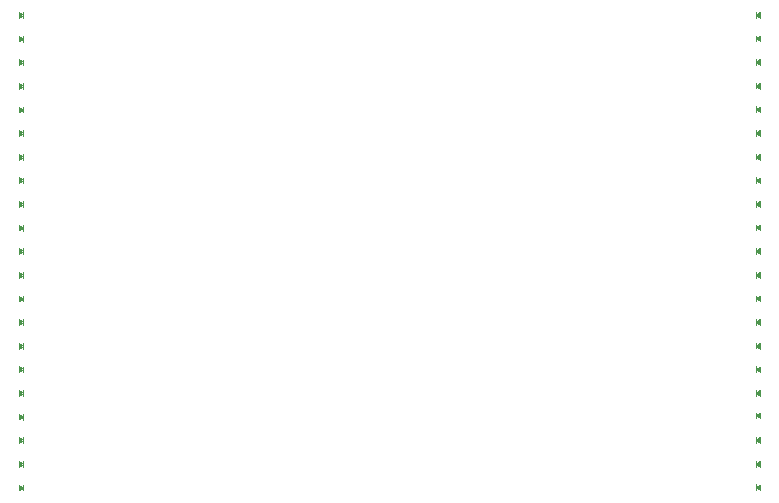
<source format=gbr>
%TF.GenerationSoftware,KiCad,Pcbnew,9.0.7*%
%TF.CreationDate,2026-02-05T22:02:29+07:00*%
%TF.ProjectId,Lapka42,4c61706b-6134-4322-9e6b-696361645f70,rev?*%
%TF.SameCoordinates,Original*%
%TF.FileFunction,Legend,Bot*%
%TF.FilePolarity,Positive*%
%FSLAX46Y46*%
G04 Gerber Fmt 4.6, Leading zero omitted, Abs format (unit mm)*
G04 Created by KiCad (PCBNEW 9.0.7) date 2026-02-05 22:02:29*
%MOMM*%
%LPD*%
G01*
G04 APERTURE LIST*
%ADD10C,0.100000*%
G04 APERTURE END LIST*
D10*
%TO.C,D42*%
X186651603Y-156012710D02*
X186348402Y-156242792D01*
X186348403Y-155760192D01*
X186651603Y-156012710D01*
G36*
X186651603Y-156012710D02*
G01*
X186348402Y-156242792D01*
X186348403Y-155760192D01*
X186651603Y-156012710D01*
G37*
X186651604Y-155771409D02*
X186651603Y-156254010D01*
%TO.C,D41*%
X186651600Y-134012710D02*
X186348399Y-134242792D01*
X186348400Y-133760192D01*
X186651600Y-134012710D01*
G36*
X186651600Y-134012710D02*
G01*
X186348399Y-134242792D01*
X186348400Y-133760192D01*
X186651600Y-134012710D01*
G37*
X186651601Y-133771409D02*
X186651600Y-134254010D01*
%TO.C,D40*%
X186651598Y-126012707D02*
X186348397Y-126242789D01*
X186348398Y-125760189D01*
X186651598Y-126012707D01*
G36*
X186651598Y-126012707D02*
G01*
X186348397Y-126242789D01*
X186348398Y-125760189D01*
X186651598Y-126012707D01*
G37*
X186651599Y-125771406D02*
X186651598Y-126254007D01*
%TO.C,D39*%
X186651599Y-152012708D02*
X186348398Y-152242790D01*
X186348399Y-151760190D01*
X186651599Y-152012708D01*
G36*
X186651599Y-152012708D02*
G01*
X186348398Y-152242790D01*
X186348399Y-151760190D01*
X186651599Y-152012708D01*
G37*
X186651600Y-151771407D02*
X186651599Y-152254008D01*
%TO.C,D38*%
X186651603Y-136012710D02*
X186348402Y-136242792D01*
X186348403Y-135760192D01*
X186651603Y-136012710D01*
G36*
X186651603Y-136012710D02*
G01*
X186348402Y-136242792D01*
X186348403Y-135760192D01*
X186651603Y-136012710D01*
G37*
X186651604Y-135771409D02*
X186651603Y-136254010D01*
%TO.C,D37*%
X186651600Y-128012704D02*
X186348399Y-128242786D01*
X186348400Y-127760186D01*
X186651600Y-128012704D01*
G36*
X186651600Y-128012704D02*
G01*
X186348399Y-128242786D01*
X186348400Y-127760186D01*
X186651600Y-128012704D01*
G37*
X186651601Y-127771403D02*
X186651600Y-128254004D01*
%TO.C,D36*%
X186651600Y-148012709D02*
X186348399Y-148242791D01*
X186348400Y-147760191D01*
X186651600Y-148012709D01*
G36*
X186651600Y-148012709D02*
G01*
X186348399Y-148242791D01*
X186348400Y-147760191D01*
X186651600Y-148012709D01*
G37*
X186651601Y-147771408D02*
X186651600Y-148254009D01*
%TO.C,D35*%
X186651600Y-138012716D02*
X186348399Y-138242798D01*
X186348400Y-137760198D01*
X186651600Y-138012716D01*
G36*
X186651600Y-138012716D02*
G01*
X186348399Y-138242798D01*
X186348400Y-137760198D01*
X186651600Y-138012716D01*
G37*
X186651601Y-137771415D02*
X186651600Y-138254016D01*
%TO.C,D34*%
X186651599Y-124012706D02*
X186348398Y-124242788D01*
X186348399Y-123760188D01*
X186651599Y-124012706D01*
G36*
X186651599Y-124012706D02*
G01*
X186348398Y-124242788D01*
X186348399Y-123760188D01*
X186651599Y-124012706D01*
G37*
X186651600Y-123771405D02*
X186651599Y-124254006D01*
%TO.C,D33*%
X186651598Y-158012707D02*
X186348397Y-158242789D01*
X186348398Y-157760189D01*
X186651598Y-158012707D01*
G36*
X186651598Y-158012707D02*
G01*
X186348397Y-158242789D01*
X186348398Y-157760189D01*
X186651598Y-158012707D01*
G37*
X186651599Y-157771406D02*
X186651598Y-158254007D01*
%TO.C,D32*%
X186651600Y-146012706D02*
X186348399Y-146242788D01*
X186348400Y-145760188D01*
X186651600Y-146012706D01*
G36*
X186651600Y-146012706D02*
G01*
X186348399Y-146242788D01*
X186348400Y-145760188D01*
X186651600Y-146012706D01*
G37*
X186651601Y-145771405D02*
X186651600Y-146254006D01*
%TO.C,D31*%
X186651599Y-140012706D02*
X186348398Y-140242788D01*
X186348399Y-139760188D01*
X186651599Y-140012706D01*
G36*
X186651599Y-140012706D02*
G01*
X186348398Y-140242788D01*
X186348399Y-139760188D01*
X186651599Y-140012706D01*
G37*
X186651600Y-139771405D02*
X186651599Y-140254006D01*
%TO.C,D30*%
X186651599Y-122012712D02*
X186348398Y-122242794D01*
X186348399Y-121760194D01*
X186651599Y-122012712D01*
G36*
X186651599Y-122012712D02*
G01*
X186348398Y-122242794D01*
X186348399Y-121760194D01*
X186651599Y-122012712D01*
G37*
X186651600Y-121771411D02*
X186651599Y-122254012D01*
%TO.C,D29*%
X186651599Y-162012711D02*
X186348398Y-162242793D01*
X186348399Y-161760193D01*
X186651599Y-162012711D01*
G36*
X186651599Y-162012711D02*
G01*
X186348398Y-162242793D01*
X186348399Y-161760193D01*
X186651599Y-162012711D01*
G37*
X186651600Y-161771410D02*
X186651599Y-162254011D01*
%TO.C,D28*%
X186651594Y-150012711D02*
X186348393Y-150242793D01*
X186348394Y-149760193D01*
X186651594Y-150012711D01*
G36*
X186651594Y-150012711D02*
G01*
X186348393Y-150242793D01*
X186348394Y-149760193D01*
X186651594Y-150012711D01*
G37*
X186651595Y-149771410D02*
X186651594Y-150254011D01*
%TO.C,D27*%
X186651597Y-142012704D02*
X186348396Y-142242786D01*
X186348397Y-141760186D01*
X186651597Y-142012704D01*
G36*
X186651597Y-142012704D02*
G01*
X186348396Y-142242786D01*
X186348397Y-141760186D01*
X186651597Y-142012704D01*
G37*
X186651598Y-141771403D02*
X186651597Y-142254004D01*
%TO.C,D26*%
X186651603Y-130012707D02*
X186348402Y-130242789D01*
X186348403Y-129760189D01*
X186651603Y-130012707D01*
G36*
X186651603Y-130012707D02*
G01*
X186348402Y-130242789D01*
X186348403Y-129760189D01*
X186651603Y-130012707D01*
G37*
X186651604Y-129771406D02*
X186651603Y-130254007D01*
%TO.C,D25*%
X186651602Y-160012708D02*
X186348401Y-160242790D01*
X186348402Y-159760190D01*
X186651602Y-160012708D01*
G36*
X186651602Y-160012708D02*
G01*
X186348401Y-160242790D01*
X186348402Y-159760190D01*
X186651602Y-160012708D01*
G37*
X186651603Y-159771407D02*
X186651602Y-160254008D01*
%TO.C,D24*%
X186651602Y-154012706D02*
X186348401Y-154242788D01*
X186348402Y-153760188D01*
X186651602Y-154012706D01*
G36*
X186651602Y-154012706D02*
G01*
X186348401Y-154242788D01*
X186348402Y-153760188D01*
X186651602Y-154012706D01*
G37*
X186651603Y-153771405D02*
X186651602Y-154254006D01*
%TO.C,D23*%
X186651599Y-144012706D02*
X186348398Y-144242788D01*
X186348399Y-143760188D01*
X186651599Y-144012706D01*
G36*
X186651599Y-144012706D02*
G01*
X186348398Y-144242788D01*
X186348399Y-143760188D01*
X186651599Y-144012706D01*
G37*
X186651600Y-143771405D02*
X186651599Y-144254006D01*
%TO.C,D22*%
X186651603Y-132012707D02*
X186348402Y-132242789D01*
X186348403Y-131760189D01*
X186651603Y-132012707D01*
G36*
X186651603Y-132012707D02*
G01*
X186348402Y-132242789D01*
X186348403Y-131760189D01*
X186651603Y-132012707D01*
G37*
X186651604Y-131771406D02*
X186651603Y-132254007D01*
%TO.C,D21*%
X249063759Y-158246094D02*
X248760559Y-157993576D01*
X249063760Y-157763494D01*
X249063759Y-158246094D01*
G36*
X249063759Y-158246094D02*
G01*
X248760559Y-157993576D01*
X249063760Y-157763494D01*
X249063759Y-158246094D01*
G37*
X248760558Y-158234877D02*
X248760559Y-157752276D01*
%TO.C,D20*%
X249063759Y-162246092D02*
X248760559Y-161993574D01*
X249063760Y-161763492D01*
X249063759Y-162246092D01*
G36*
X249063759Y-162246092D02*
G01*
X248760559Y-161993574D01*
X249063760Y-161763492D01*
X249063759Y-162246092D01*
G37*
X248760558Y-162234875D02*
X248760559Y-161752274D01*
%TO.C,D19*%
X249063759Y-160246094D02*
X248760559Y-159993576D01*
X249063760Y-159763494D01*
X249063759Y-160246094D01*
G36*
X249063759Y-160246094D02*
G01*
X248760559Y-159993576D01*
X249063760Y-159763494D01*
X249063759Y-160246094D01*
G37*
X248760558Y-160234877D02*
X248760559Y-159752276D01*
%TO.C,D18*%
X249063758Y-154246096D02*
X248760558Y-153993578D01*
X249063759Y-153763496D01*
X249063758Y-154246096D01*
G36*
X249063758Y-154246096D02*
G01*
X248760558Y-153993578D01*
X249063759Y-153763496D01*
X249063758Y-154246096D01*
G37*
X248760557Y-154234879D02*
X248760558Y-153752278D01*
%TO.C,D17*%
X249063758Y-156154958D02*
X248760558Y-155902440D01*
X249063759Y-155672358D01*
X249063758Y-156154958D01*
G36*
X249063758Y-156154958D02*
G01*
X248760558Y-155902440D01*
X249063759Y-155672358D01*
X249063758Y-156154958D01*
G37*
X248760557Y-156143741D02*
X248760558Y-155661140D01*
%TO.C,D16*%
X249063758Y-152246094D02*
X248760558Y-151993576D01*
X249063759Y-151763494D01*
X249063758Y-152246094D01*
G36*
X249063758Y-152246094D02*
G01*
X248760558Y-151993576D01*
X249063759Y-151763494D01*
X249063758Y-152246094D01*
G37*
X248760557Y-152234877D02*
X248760558Y-151752276D01*
%TO.C,D15*%
X249063758Y-150246095D02*
X248760558Y-149993577D01*
X249063759Y-149763495D01*
X249063758Y-150246095D01*
G36*
X249063758Y-150246095D02*
G01*
X248760558Y-149993577D01*
X249063759Y-149763495D01*
X249063758Y-150246095D01*
G37*
X248760557Y-150234878D02*
X248760558Y-149752277D01*
%TO.C,D14*%
X249063758Y-146246094D02*
X248760558Y-145993576D01*
X249063759Y-145763494D01*
X249063758Y-146246094D01*
G36*
X249063758Y-146246094D02*
G01*
X248760558Y-145993576D01*
X249063759Y-145763494D01*
X249063758Y-146246094D01*
G37*
X248760557Y-146234877D02*
X248760558Y-145752276D01*
%TO.C,D13*%
X249063759Y-148246094D02*
X248760559Y-147993576D01*
X249063760Y-147763494D01*
X249063759Y-148246094D01*
G36*
X249063759Y-148246094D02*
G01*
X248760559Y-147993576D01*
X249063760Y-147763494D01*
X249063759Y-148246094D01*
G37*
X248760558Y-148234877D02*
X248760559Y-147752276D01*
%TO.C,D12*%
X249063759Y-136246095D02*
X248760559Y-135993577D01*
X249063760Y-135763495D01*
X249063759Y-136246095D01*
G36*
X249063759Y-136246095D02*
G01*
X248760559Y-135993577D01*
X249063760Y-135763495D01*
X249063759Y-136246095D01*
G37*
X248760558Y-136234878D02*
X248760559Y-135752277D01*
%TO.C,D11*%
X249063758Y-134246095D02*
X248760558Y-133993577D01*
X249063759Y-133763495D01*
X249063758Y-134246095D01*
G36*
X249063758Y-134246095D02*
G01*
X248760558Y-133993577D01*
X249063759Y-133763495D01*
X249063758Y-134246095D01*
G37*
X248760557Y-134234878D02*
X248760558Y-133752277D01*
%TO.C,D10*%
X249063759Y-138246095D02*
X248760559Y-137993577D01*
X249063760Y-137763495D01*
X249063759Y-138246095D01*
G36*
X249063759Y-138246095D02*
G01*
X248760559Y-137993577D01*
X249063760Y-137763495D01*
X249063759Y-138246095D01*
G37*
X248760558Y-138234878D02*
X248760559Y-137752277D01*
%TO.C,D9*%
X249063760Y-140246096D02*
X248760560Y-139993578D01*
X249063761Y-139763496D01*
X249063760Y-140246096D01*
G36*
X249063760Y-140246096D02*
G01*
X248760560Y-139993578D01*
X249063761Y-139763496D01*
X249063760Y-140246096D01*
G37*
X248760559Y-140234879D02*
X248760560Y-139752278D01*
%TO.C,D8*%
X249063759Y-142246093D02*
X248760559Y-141993575D01*
X249063760Y-141763493D01*
X249063759Y-142246093D01*
G36*
X249063759Y-142246093D02*
G01*
X248760559Y-141993575D01*
X249063760Y-141763493D01*
X249063759Y-142246093D01*
G37*
X248760558Y-142234876D02*
X248760559Y-141752275D01*
%TO.C,D7*%
X249063760Y-144246095D02*
X248760560Y-143993577D01*
X249063761Y-143763495D01*
X249063760Y-144246095D01*
G36*
X249063760Y-144246095D02*
G01*
X248760560Y-143993577D01*
X249063761Y-143763495D01*
X249063760Y-144246095D01*
G37*
X248760559Y-144234878D02*
X248760560Y-143752277D01*
%TO.C,D6*%
X249063760Y-122233559D02*
X248760560Y-121981041D01*
X249063761Y-121750959D01*
X249063760Y-122233559D01*
G36*
X249063760Y-122233559D02*
G01*
X248760560Y-121981041D01*
X249063761Y-121750959D01*
X249063760Y-122233559D01*
G37*
X248760559Y-122222342D02*
X248760560Y-121739741D01*
%TO.C,D5*%
X249063759Y-124233560D02*
X248760559Y-123981042D01*
X249063760Y-123750960D01*
X249063759Y-124233560D01*
G36*
X249063759Y-124233560D02*
G01*
X248760559Y-123981042D01*
X249063760Y-123750960D01*
X249063759Y-124233560D01*
G37*
X248760558Y-124222343D02*
X248760559Y-123739742D01*
%TO.C,D4*%
X249063758Y-128233556D02*
X248760558Y-127981038D01*
X249063759Y-127750956D01*
X249063758Y-128233556D01*
G36*
X249063758Y-128233556D02*
G01*
X248760558Y-127981038D01*
X249063759Y-127750956D01*
X249063758Y-128233556D01*
G37*
X248760557Y-128222339D02*
X248760558Y-127739738D01*
%TO.C,D3*%
X249063759Y-126233562D02*
X248760559Y-125981044D01*
X249063760Y-125750962D01*
X249063759Y-126233562D01*
G36*
X249063759Y-126233562D02*
G01*
X248760559Y-125981044D01*
X249063760Y-125750962D01*
X249063759Y-126233562D01*
G37*
X248760558Y-126222345D02*
X248760559Y-125739744D01*
%TO.C,D2*%
X249063759Y-132233557D02*
X248760559Y-131981039D01*
X249063760Y-131750957D01*
X249063759Y-132233557D01*
G36*
X249063759Y-132233557D02*
G01*
X248760559Y-131981039D01*
X249063760Y-131750957D01*
X249063759Y-132233557D01*
G37*
X248760558Y-132222340D02*
X248760559Y-131739739D01*
%TO.C,D1*%
X249063759Y-130233563D02*
X248760559Y-129981045D01*
X249063760Y-129750963D01*
X249063759Y-130233563D01*
G36*
X249063759Y-130233563D02*
G01*
X248760559Y-129981045D01*
X249063760Y-129750963D01*
X249063759Y-130233563D01*
G37*
X248760558Y-130222346D02*
X248760559Y-129739745D01*
%TD*%
M02*

</source>
